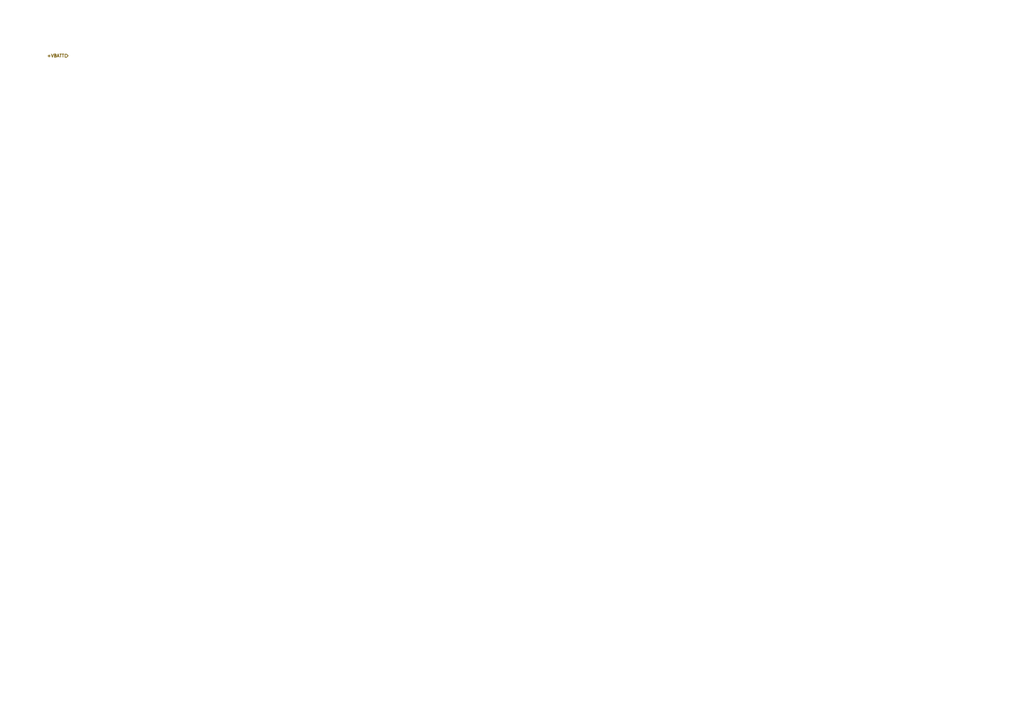
<source format=kicad_sch>
(kicad_sch
	(version 20250114)
	(generator "eeschema")
	(generator_version "9.0")
	(uuid "3209672c-b604-419e-af48-5073c35c87b2")
	(paper "A3")
	(title_block
		(title "SPROJ3EE ESC & BMS")
		(date "2025-10-25")
		(rev "1.0")
		(company "SDU")
		(comment 1 "Author: Viktorio Milanov")
	)
	(lib_symbols)
	(hierarchical_label "+VBATT"
		(shape input)
		(at 27.94 22.86 180)
		(effects
			(font
				(size 1.27 1.27)
				(thickness 0.254)
				(bold yes)
			)
			(justify right)
		)
		(uuid "05edad4a-0798-47b8-ba7c-b9a14c70c15d")
	)
)

</source>
